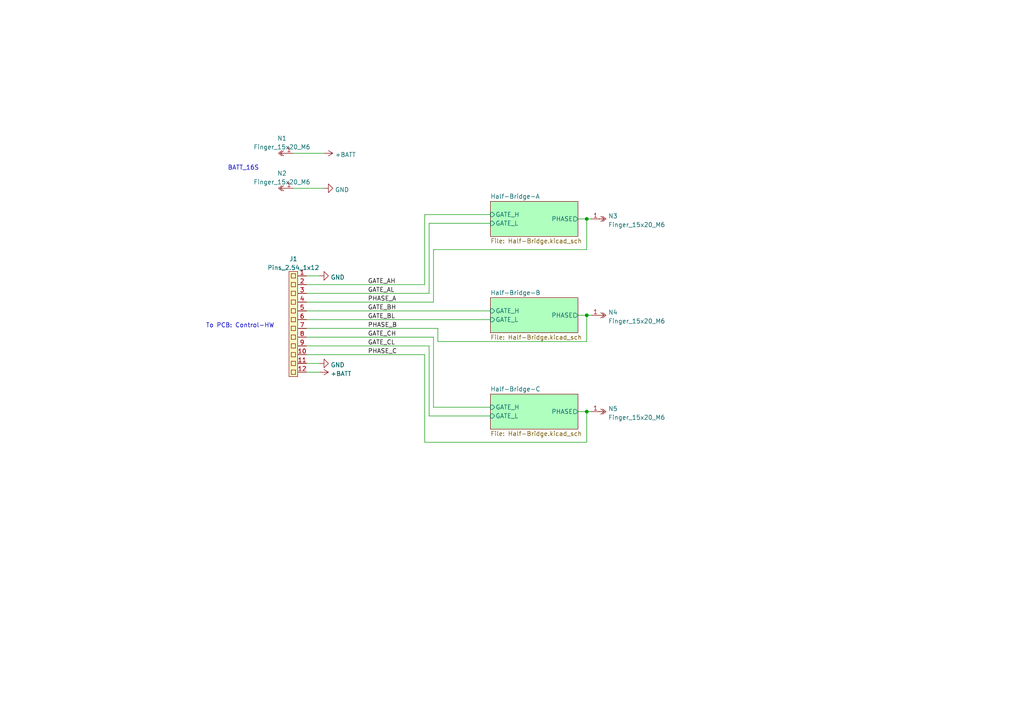
<source format=kicad_sch>
(kicad_sch (version 20211123) (generator eeschema)

  (uuid 17fd965f-4b58-44cf-97dc-627a2608a81d)

  (paper "A4")

  (lib_symbols
    (symbol "J_Connector:Pins_2.54_1x12" (pin_names hide) (in_bom yes) (on_board yes)
      (property "Reference" "J" (id 0) (at -1.27 31.75 0)
        (effects (font (size 1.27 1.27)))
      )
      (property "Value" "Pins_2.54_1x12" (id 1) (at 0 -1.27 0)
        (effects (font (size 1.27 1.27)))
      )
      (property "Footprint" "J_Connector:Pins-2.54-1x12" (id 2) (at 0 -3.81 0)
        (effects (font (size 1.27 1.27)) hide)
      )
      (property "Datasheet" "" (id 3) (at 0 15.24 0)
        (effects (font (size 1.27 1.27)) hide)
      )
      (symbol "Pins_2.54_1x12_0_1"
        (rectangle (start -1.27 30.48) (end 1.27 0)
          (stroke (width 0.1524) (type default) (color 0 0 0 0))
          (fill (type background))
        )
        (rectangle (start -0.635 1.905) (end 0.635 0.635)
          (stroke (width 0.1524) (type default) (color 0 0 0 0))
          (fill (type none))
        )
        (rectangle (start -0.635 4.445) (end 0.635 3.175)
          (stroke (width 0.1524) (type default) (color 0 0 0 0))
          (fill (type none))
        )
        (rectangle (start -0.635 6.985) (end 0.635 5.715)
          (stroke (width 0.1524) (type default) (color 0 0 0 0))
          (fill (type none))
        )
        (rectangle (start -0.635 9.525) (end 0.635 8.255)
          (stroke (width 0.1524) (type default) (color 0 0 0 0))
          (fill (type none))
        )
        (rectangle (start -0.635 12.065) (end 0.635 10.795)
          (stroke (width 0.1524) (type default) (color 0 0 0 0))
          (fill (type none))
        )
        (rectangle (start -0.635 14.605) (end 0.635 13.335)
          (stroke (width 0.1524) (type default) (color 0 0 0 0))
          (fill (type none))
        )
        (rectangle (start -0.635 17.145) (end 0.635 15.875)
          (stroke (width 0.1524) (type default) (color 0 0 0 0))
          (fill (type none))
        )
        (rectangle (start -0.635 19.685) (end 0.635 18.415)
          (stroke (width 0.1524) (type default) (color 0 0 0 0))
          (fill (type none))
        )
        (rectangle (start -0.635 22.225) (end 0.635 20.955)
          (stroke (width 0.1524) (type default) (color 0 0 0 0))
          (fill (type none))
        )
        (rectangle (start -0.635 24.765) (end 0.635 23.495)
          (stroke (width 0.1524) (type default) (color 0 0 0 0))
          (fill (type none))
        )
        (rectangle (start -0.635 27.305) (end 0.635 26.035)
          (stroke (width 0.1524) (type default) (color 0 0 0 0))
          (fill (type none))
        )
        (rectangle (start -0.635 29.845) (end 0.635 28.575)
          (stroke (width 0.1524) (type default) (color 0 0 0 0))
          (fill (type none))
        )
      )
      (symbol "Pins_2.54_1x12_1_1"
        (pin passive line (at -3.81 29.21 0) (length 2.54)
          (name "1" (effects (font (size 1.27 1.27))))
          (number "1" (effects (font (size 1.27 1.27))))
        )
        (pin passive line (at -3.81 6.35 0) (length 2.54)
          (name "10" (effects (font (size 1.27 1.27))))
          (number "10" (effects (font (size 1.27 1.27))))
        )
        (pin passive line (at -3.81 3.81 0) (length 2.54)
          (name "11" (effects (font (size 1.27 1.27))))
          (number "11" (effects (font (size 1.27 1.27))))
        )
        (pin passive line (at -3.81 1.27 0) (length 2.54)
          (name "12" (effects (font (size 1.27 1.27))))
          (number "12" (effects (font (size 1.27 1.27))))
        )
        (pin passive line (at -3.81 26.67 0) (length 2.54)
          (name "2" (effects (font (size 1.27 1.27))))
          (number "2" (effects (font (size 1.27 1.27))))
        )
        (pin passive line (at -3.81 24.13 0) (length 2.54)
          (name "3" (effects (font (size 1.27 1.27))))
          (number "3" (effects (font (size 1.27 1.27))))
        )
        (pin passive line (at -3.81 21.59 0) (length 2.54)
          (name "4" (effects (font (size 1.27 1.27))))
          (number "4" (effects (font (size 1.27 1.27))))
        )
        (pin passive line (at -3.81 19.05 0) (length 2.54)
          (name "5" (effects (font (size 1.27 1.27))))
          (number "5" (effects (font (size 1.27 1.27))))
        )
        (pin passive line (at -3.81 16.51 0) (length 2.54)
          (name "6" (effects (font (size 1.27 1.27))))
          (number "6" (effects (font (size 1.27 1.27))))
        )
        (pin passive line (at -3.81 13.97 0) (length 2.54)
          (name "7" (effects (font (size 1.27 1.27))))
          (number "7" (effects (font (size 1.27 1.27))))
        )
        (pin passive line (at -3.81 11.43 0) (length 2.54)
          (name "8" (effects (font (size 1.27 1.27))))
          (number "8" (effects (font (size 1.27 1.27))))
        )
        (pin passive line (at -3.81 8.89 0) (length 2.54)
          (name "9" (effects (font (size 1.27 1.27))))
          (number "9" (effects (font (size 1.27 1.27))))
        )
      )
    )
    (symbol "N_NonPart:Finger_15x20_M6" (pin_names (offset 1.016)) (in_bom no) (on_board yes)
      (property "Reference" "N" (id 0) (at 0 -2.286 0)
        (effects (font (size 1.27 1.27)))
      )
      (property "Value" "Finger_15x20_M6" (id 1) (at -0.254 3.302 0)
        (effects (font (size 1.27 1.27)))
      )
      (property "Footprint" "N_NonPart:Finger_15x20_M6" (id 2) (at 0 -2.286 0)
        (effects (font (size 1.27 1.27)) hide)
      )
      (property "Datasheet" "" (id 3) (at 0 -2.286 0)
        (effects (font (size 1.27 1.27)) hide)
      )
      (property "ki_description" "PCB Finger 15x20mm M6" (id 4) (at 0 0 0)
        (effects (font (size 1.27 1.27)) hide)
      )
      (symbol "Finger_15x20_M6_0_1"
        (polyline
          (pts
            (xy 1.524 0.762)
            (xy 2.54 0)
            (xy 1.524 -0.762)
          )
          (stroke (width 0) (type default) (color 0 0 0 0))
          (fill (type none))
        )
        (polyline
          (pts
            (xy 2.032 -0.762)
            (xy 3.048 0)
            (xy 2.032 0.762)
          )
          (stroke (width 0) (type default) (color 0 0 0 0))
          (fill (type none))
        )
        (polyline
          (pts
            (xy 2.54 0)
            (xy 1.524 0)
            (xy 1.27 0)
            (xy 1.016 0)
          )
          (stroke (width 0) (type default) (color 0 0 0 0))
          (fill (type none))
        )
      )
      (symbol "Finger_15x20_M6_1_1"
        (pin passive line (at -1.27 0 0) (length 2.54)
          (name "~" (effects (font (size 1.27 1.27))))
          (number "1" (effects (font (size 1.27 1.27))))
        )
      )
    )
    (symbol "power:+BATT" (power) (pin_names (offset 0)) (in_bom yes) (on_board yes)
      (property "Reference" "#PWR" (id 0) (at 0 -3.81 0)
        (effects (font (size 1.27 1.27)) hide)
      )
      (property "Value" "+BATT" (id 1) (at 0 3.556 0)
        (effects (font (size 1.27 1.27)))
      )
      (property "Footprint" "" (id 2) (at 0 0 0)
        (effects (font (size 1.27 1.27)) hide)
      )
      (property "Datasheet" "" (id 3) (at 0 0 0)
        (effects (font (size 1.27 1.27)) hide)
      )
      (property "ki_keywords" "power-flag battery" (id 4) (at 0 0 0)
        (effects (font (size 1.27 1.27)) hide)
      )
      (property "ki_description" "Power symbol creates a global label with name \"+BATT\"" (id 5) (at 0 0 0)
        (effects (font (size 1.27 1.27)) hide)
      )
      (symbol "+BATT_0_1"
        (polyline
          (pts
            (xy -0.762 1.27)
            (xy 0 2.54)
          )
          (stroke (width 0) (type default) (color 0 0 0 0))
          (fill (type none))
        )
        (polyline
          (pts
            (xy 0 0)
            (xy 0 2.54)
          )
          (stroke (width 0) (type default) (color 0 0 0 0))
          (fill (type none))
        )
        (polyline
          (pts
            (xy 0 2.54)
            (xy 0.762 1.27)
          )
          (stroke (width 0) (type default) (color 0 0 0 0))
          (fill (type none))
        )
      )
      (symbol "+BATT_1_1"
        (pin power_in line (at 0 0 90) (length 0) hide
          (name "+BATT" (effects (font (size 1.27 1.27))))
          (number "1" (effects (font (size 1.27 1.27))))
        )
      )
    )
    (symbol "power:GND" (power) (pin_names (offset 0)) (in_bom yes) (on_board yes)
      (property "Reference" "#PWR" (id 0) (at 0 -6.35 0)
        (effects (font (size 1.27 1.27)) hide)
      )
      (property "Value" "GND" (id 1) (at 0 -3.81 0)
        (effects (font (size 1.27 1.27)))
      )
      (property "Footprint" "" (id 2) (at 0 0 0)
        (effects (font (size 1.27 1.27)) hide)
      )
      (property "Datasheet" "" (id 3) (at 0 0 0)
        (effects (font (size 1.27 1.27)) hide)
      )
      (property "ki_keywords" "power-flag" (id 4) (at 0 0 0)
        (effects (font (size 1.27 1.27)) hide)
      )
      (property "ki_description" "Power symbol creates a global label with name \"GND\" , ground" (id 5) (at 0 0 0)
        (effects (font (size 1.27 1.27)) hide)
      )
      (symbol "GND_0_1"
        (polyline
          (pts
            (xy 0 0)
            (xy 0 -1.27)
            (xy 1.27 -1.27)
            (xy 0 -2.54)
            (xy -1.27 -1.27)
            (xy 0 -1.27)
          )
          (stroke (width 0) (type default) (color 0 0 0 0))
          (fill (type none))
        )
      )
      (symbol "GND_1_1"
        (pin power_in line (at 0 0 270) (length 0) hide
          (name "GND" (effects (font (size 1.27 1.27))))
          (number "1" (effects (font (size 1.27 1.27))))
        )
      )
    )
  )

  (junction (at 170.18 63.5) (diameter 0) (color 0 0 0 0)
    (uuid 3a0cb49e-2a18-45c3-a086-c454264d737b)
  )
  (junction (at 170.18 91.44) (diameter 0) (color 0 0 0 0)
    (uuid 9bf387e2-40a6-4965-b3c6-e1f70a927470)
  )
  (junction (at 170.18 119.38) (diameter 0) (color 0 0 0 0)
    (uuid a1fc06fd-9e63-4076-9355-934885e65f2e)
  )

  (wire (pts (xy 125.73 72.39) (xy 170.18 72.39))
    (stroke (width 0) (type default) (color 0 0 0 0))
    (uuid 01bc730e-2b34-4c22-a3f0-414c5612678f)
  )
  (wire (pts (xy 88.9 80.01) (xy 92.71 80.01))
    (stroke (width 0) (type default) (color 0 0 0 0))
    (uuid 08f2d644-c816-44ad-9be4-9adb45eadab3)
  )
  (wire (pts (xy 88.9 102.87) (xy 123.19 102.87))
    (stroke (width 0) (type default) (color 0 0 0 0))
    (uuid 1ac15d72-637b-412e-b01b-088ff71440c8)
  )
  (wire (pts (xy 124.46 100.33) (xy 124.46 120.65))
    (stroke (width 0) (type default) (color 0 0 0 0))
    (uuid 1ea69e52-308a-4be3-a144-574d12cdb84a)
  )
  (wire (pts (xy 124.46 64.77) (xy 142.24 64.77))
    (stroke (width 0) (type default) (color 0 0 0 0))
    (uuid 217f2b30-a63d-4bf4-9da7-0012dc2c661c)
  )
  (wire (pts (xy 167.64 119.38) (xy 170.18 119.38))
    (stroke (width 0) (type default) (color 0 0 0 0))
    (uuid 2214b290-eecc-40e9-94c7-164ffe86898b)
  )
  (wire (pts (xy 88.9 95.25) (xy 127 95.25))
    (stroke (width 0) (type default) (color 0 0 0 0))
    (uuid 24f2f1c8-284b-4f6f-a9f5-ef2969af435a)
  )
  (wire (pts (xy 123.19 62.23) (xy 123.19 82.55))
    (stroke (width 0) (type default) (color 0 0 0 0))
    (uuid 2852e2f8-9c0e-44c9-8595-b6424d3de7ec)
  )
  (wire (pts (xy 124.46 120.65) (xy 142.24 120.65))
    (stroke (width 0) (type default) (color 0 0 0 0))
    (uuid 2fca016e-a59f-4553-9fff-03177b4f990a)
  )
  (wire (pts (xy 125.73 118.11) (xy 142.24 118.11))
    (stroke (width 0) (type default) (color 0 0 0 0))
    (uuid 3c32b78e-d45e-4fee-aba7-5ab2a99b0112)
  )
  (wire (pts (xy 88.9 97.79) (xy 125.73 97.79))
    (stroke (width 0) (type default) (color 0 0 0 0))
    (uuid 3c8502d7-9bb3-4c18-ad44-5b32493247d0)
  )
  (wire (pts (xy 123.19 82.55) (xy 88.9 82.55))
    (stroke (width 0) (type default) (color 0 0 0 0))
    (uuid 3d9361d1-16c5-4f0c-8da8-8df6bb1f3ea6)
  )
  (wire (pts (xy 170.18 72.39) (xy 170.18 63.5))
    (stroke (width 0) (type default) (color 0 0 0 0))
    (uuid 42638319-0650-4963-8000-db523ce67f03)
  )
  (wire (pts (xy 125.73 97.79) (xy 125.73 118.11))
    (stroke (width 0) (type default) (color 0 0 0 0))
    (uuid 4800d06f-da92-4721-93d4-14e7056e3173)
  )
  (wire (pts (xy 170.18 63.5) (xy 171.45 63.5))
    (stroke (width 0) (type default) (color 0 0 0 0))
    (uuid 5c2cb863-92c0-49f5-a44d-88fc130b7743)
  )
  (wire (pts (xy 88.9 87.63) (xy 125.73 87.63))
    (stroke (width 0) (type default) (color 0 0 0 0))
    (uuid 5c33cda3-96f2-4cb1-b850-880a92e82e94)
  )
  (wire (pts (xy 85.09 44.45) (xy 93.98 44.45))
    (stroke (width 0) (type default) (color 0 0 0 0))
    (uuid 5dd7926c-80b8-48aa-8864-c54a5aca087b)
  )
  (wire (pts (xy 85.09 54.61) (xy 93.98 54.61))
    (stroke (width 0) (type default) (color 0 0 0 0))
    (uuid 659f8fe6-7c58-4323-b4ad-229130eda819)
  )
  (wire (pts (xy 88.9 92.71) (xy 142.24 92.71))
    (stroke (width 0) (type default) (color 0 0 0 0))
    (uuid 6c052d22-f15f-44c8-8c8e-dbff6dc92b42)
  )
  (wire (pts (xy 170.18 99.06) (xy 170.18 91.44))
    (stroke (width 0) (type default) (color 0 0 0 0))
    (uuid 78623b3a-a978-4eaa-90aa-9a2cfc556b5f)
  )
  (wire (pts (xy 127 99.06) (xy 170.18 99.06))
    (stroke (width 0) (type default) (color 0 0 0 0))
    (uuid 81240d6b-d5f0-47db-9f29-71e61ef87a78)
  )
  (wire (pts (xy 170.18 91.44) (xy 171.45 91.44))
    (stroke (width 0) (type default) (color 0 0 0 0))
    (uuid 89c90d69-1921-4269-8b5b-b4a5a756de77)
  )
  (wire (pts (xy 127 95.25) (xy 127 99.06))
    (stroke (width 0) (type default) (color 0 0 0 0))
    (uuid 8bc04ff3-fb7e-4f69-8ff7-2ba5b0055eb8)
  )
  (wire (pts (xy 88.9 85.09) (xy 124.46 85.09))
    (stroke (width 0) (type default) (color 0 0 0 0))
    (uuid 96535bc9-ff60-4b48-9325-282b8f5f50a6)
  )
  (wire (pts (xy 88.9 100.33) (xy 124.46 100.33))
    (stroke (width 0) (type default) (color 0 0 0 0))
    (uuid 966cec42-46d3-4fb9-965e-9d7aaaa3b36d)
  )
  (wire (pts (xy 88.9 105.41) (xy 92.71 105.41))
    (stroke (width 0) (type default) (color 0 0 0 0))
    (uuid 9e3a950f-3152-46e4-9464-979c34df3ddb)
  )
  (wire (pts (xy 125.73 87.63) (xy 125.73 72.39))
    (stroke (width 0) (type default) (color 0 0 0 0))
    (uuid aa3d32b6-9609-4ec5-9a28-88077728ad7c)
  )
  (wire (pts (xy 170.18 119.38) (xy 171.45 119.38))
    (stroke (width 0) (type default) (color 0 0 0 0))
    (uuid b46871ee-83f3-40d1-9678-0d05056e7f76)
  )
  (wire (pts (xy 123.19 128.27) (xy 170.18 128.27))
    (stroke (width 0) (type default) (color 0 0 0 0))
    (uuid bbf66331-696d-4b28-a389-f1fed49be7e6)
  )
  (wire (pts (xy 88.9 107.95) (xy 92.71 107.95))
    (stroke (width 0) (type default) (color 0 0 0 0))
    (uuid c0dab164-9d46-4c94-87ba-b72bedeadcab)
  )
  (wire (pts (xy 88.9 90.17) (xy 142.24 90.17))
    (stroke (width 0) (type default) (color 0 0 0 0))
    (uuid c30f9fdf-85b7-4e7e-b3b1-2a1a42c78d31)
  )
  (wire (pts (xy 142.24 62.23) (xy 123.19 62.23))
    (stroke (width 0) (type default) (color 0 0 0 0))
    (uuid c4bf4048-4255-4a2c-bf66-07651da5199f)
  )
  (wire (pts (xy 124.46 85.09) (xy 124.46 64.77))
    (stroke (width 0) (type default) (color 0 0 0 0))
    (uuid ce52c99c-8f29-4a86-ad9c-e9a75ac18b08)
  )
  (wire (pts (xy 123.19 102.87) (xy 123.19 128.27))
    (stroke (width 0) (type default) (color 0 0 0 0))
    (uuid cfc8510b-855c-4eb0-a822-8a007cf7e442)
  )
  (wire (pts (xy 167.64 91.44) (xy 170.18 91.44))
    (stroke (width 0) (type default) (color 0 0 0 0))
    (uuid d3ba33a4-8b8d-44bf-828f-e363047a4a45)
  )
  (wire (pts (xy 170.18 128.27) (xy 170.18 119.38))
    (stroke (width 0) (type default) (color 0 0 0 0))
    (uuid ed66d118-912a-4c67-a8de-28f3860f480d)
  )
  (wire (pts (xy 167.64 63.5) (xy 170.18 63.5))
    (stroke (width 0) (type default) (color 0 0 0 0))
    (uuid efff4b7d-383a-4b7b-838a-359c9df68e25)
  )

  (text "BATT_16S" (at 66.04 49.53 0)
    (effects (font (size 1.27 1.27)) (justify left bottom))
    (uuid 656e0385-85b6-45e8-8548-30e36356ba0b)
  )
  (text "To PCB: Control-HW" (at 59.69 95.25 0)
    (effects (font (size 1.27 1.27)) (justify left bottom))
    (uuid 6c891ea0-33d3-45cf-bab6-0cfd9d717e9f)
  )

  (label "GATE_BH" (at 106.68 90.17 0)
    (effects (font (size 1.27 1.27)) (justify left bottom))
    (uuid 267dadb4-35ca-4997-8cd8-a18c7ed92674)
  )
  (label "PHASE_A" (at 106.68 87.63 0)
    (effects (font (size 1.27 1.27)) (justify left bottom))
    (uuid 3cefbc7b-84e0-46fe-b85f-9a6b18bc8d26)
  )
  (label "GATE_AL" (at 106.68 85.09 0)
    (effects (font (size 1.27 1.27)) (justify left bottom))
    (uuid 458a56d5-9a4c-4d8d-9f5f-c1dc9afd3855)
  )
  (label "GATE_CH" (at 106.68 97.79 0)
    (effects (font (size 1.27 1.27)) (justify left bottom))
    (uuid 4a5b32ca-808b-41ee-bf13-47c5d4e45230)
  )
  (label "PHASE_B" (at 106.68 95.25 0)
    (effects (font (size 1.27 1.27)) (justify left bottom))
    (uuid 5ec314d3-4aa3-4ddb-bc65-ee1dcae6e45c)
  )
  (label "GATE_BL" (at 106.68 92.71 0)
    (effects (font (size 1.27 1.27)) (justify left bottom))
    (uuid 877d2926-9c3a-4dbd-b84a-8a6da87acc0b)
  )
  (label "GATE_AH" (at 106.68 82.55 0)
    (effects (font (size 1.27 1.27)) (justify left bottom))
    (uuid 8cd80465-d329-425f-aa88-ebbff819dc59)
  )
  (label "PHASE_C" (at 106.68 102.87 0)
    (effects (font (size 1.27 1.27)) (justify left bottom))
    (uuid 91b81d02-57a7-4500-9bee-4af9a16fcba9)
  )
  (label "GATE_CL" (at 106.68 100.33 0)
    (effects (font (size 1.27 1.27)) (justify left bottom))
    (uuid cf8b31dd-e1f3-4e90-9c26-acb099cc5f78)
  )

  (symbol (lib_id "power:GND") (at 92.71 105.41 90) (unit 1)
    (in_bom yes) (on_board yes) (fields_autoplaced)
    (uuid 011222bd-aeec-47f7-917b-a62bcaefcfc8)
    (property "Reference" "#PWR02" (id 0) (at 99.06 105.41 0)
      (effects (font (size 1.27 1.27)) hide)
    )
    (property "Value" "GND" (id 1) (at 95.885 105.8438 90)
      (effects (font (size 1.27 1.27)) (justify right))
    )
    (property "Footprint" "" (id 2) (at 92.71 105.41 0)
      (effects (font (size 1.27 1.27)) hide)
    )
    (property "Datasheet" "" (id 3) (at 92.71 105.41 0)
      (effects (font (size 1.27 1.27)) hide)
    )
    (pin "1" (uuid d84b3aee-0a2e-404a-844f-18820d89470f))
  )

  (symbol (lib_id "N_NonPart:Finger_15x20_M6") (at 172.72 119.38 0) (unit 1)
    (in_bom no) (on_board yes) (fields_autoplaced)
    (uuid 07a1227f-3215-4c86-b43d-c35adb180294)
    (property "Reference" "N5" (id 0) (at 176.403 118.5453 0)
      (effects (font (size 1.27 1.27)) (justify left))
    )
    (property "Value" "Finger_15x20_M6" (id 1) (at 176.403 121.0822 0)
      (effects (font (size 1.27 1.27)) (justify left))
    )
    (property "Footprint" "N_NonPart:Finger_15x20_M6" (id 2) (at 172.72 121.666 0)
      (effects (font (size 1.27 1.27)) hide)
    )
    (property "Datasheet" "" (id 3) (at 172.72 121.666 0)
      (effects (font (size 1.27 1.27)) hide)
    )
    (pin "1" (uuid 254fc6e0-5124-483b-a45e-62eed828f670))
  )

  (symbol (lib_id "J_Connector:Pins_2.54_1x12") (at 85.09 109.22 0) (mirror y) (unit 1)
    (in_bom yes) (on_board yes) (fields_autoplaced)
    (uuid 8fb78543-99ac-4674-a14e-1b6e0dfff197)
    (property "Reference" "J1" (id 0) (at 85.09 75.091 0))
    (property "Value" "Pins_2.54_1x12" (id 1) (at 85.09 77.6279 0))
    (property "Footprint" "J_Connector:Pins-2.54-1x12" (id 2) (at 85.09 113.03 0)
      (effects (font (size 1.27 1.27)) hide)
    )
    (property "Datasheet" "" (id 3) (at 85.09 93.98 0)
      (effects (font (size 1.27 1.27)) hide)
    )
    (pin "1" (uuid c9f5de91-3214-42f8-9bc2-f551174ab63a))
    (pin "10" (uuid 8a71fcc2-5566-478f-8526-e3b52ca835b1))
    (pin "11" (uuid 98cf92a4-e630-438f-9862-22a0a1baa9b6))
    (pin "12" (uuid 7c4430c4-a037-4ced-ba12-05c3da23f797))
    (pin "2" (uuid 79db9ef1-a0d8-4c86-ae3c-4b512326321d))
    (pin "3" (uuid a20d2a47-3208-42b7-b8e5-d2201837353e))
    (pin "4" (uuid ccd21ee6-8221-4e99-b31e-e64c117dae32))
    (pin "5" (uuid a8223af7-67a2-4fc4-8ebc-511ff940232b))
    (pin "6" (uuid f4f5a009-5b40-4d6a-82ef-cc2d81ab0afb))
    (pin "7" (uuid 69669350-c02e-48a2-85c7-7ff59400feb9))
    (pin "8" (uuid efa64d19-8d58-4ea0-b2dd-e681f1949ee4))
    (pin "9" (uuid b2969ac0-bc71-451f-ac4a-bad1eb41569b))
  )

  (symbol (lib_id "N_NonPart:Finger_15x20_M6") (at 172.72 91.44 0) (unit 1)
    (in_bom no) (on_board yes) (fields_autoplaced)
    (uuid 927a2a28-5ab0-4dab-ac00-74d0025982a9)
    (property "Reference" "N4" (id 0) (at 176.403 90.6053 0)
      (effects (font (size 1.27 1.27)) (justify left))
    )
    (property "Value" "Finger_15x20_M6" (id 1) (at 176.403 93.1422 0)
      (effects (font (size 1.27 1.27)) (justify left))
    )
    (property "Footprint" "N_NonPart:Finger_15x20_M6" (id 2) (at 172.72 93.726 0)
      (effects (font (size 1.27 1.27)) hide)
    )
    (property "Datasheet" "" (id 3) (at 172.72 93.726 0)
      (effects (font (size 1.27 1.27)) hide)
    )
    (pin "1" (uuid 6497f6a8-8b85-4195-a268-83db415a3b99))
  )

  (symbol (lib_id "power:+BATT") (at 92.71 107.95 270) (unit 1)
    (in_bom yes) (on_board yes) (fields_autoplaced)
    (uuid 9ff6c9f6-203d-4e60-bab1-100a4f0b6816)
    (property "Reference" "#PWR03" (id 0) (at 88.9 107.95 0)
      (effects (font (size 1.27 1.27)) hide)
    )
    (property "Value" "+BATT" (id 1) (at 95.885 108.3838 90)
      (effects (font (size 1.27 1.27)) (justify left))
    )
    (property "Footprint" "" (id 2) (at 92.71 107.95 0)
      (effects (font (size 1.27 1.27)) hide)
    )
    (property "Datasheet" "" (id 3) (at 92.71 107.95 0)
      (effects (font (size 1.27 1.27)) hide)
    )
    (pin "1" (uuid 5ed8f548-d63e-434b-bef8-07d045180333))
  )

  (symbol (lib_id "power:+BATT") (at 93.98 44.45 270) (unit 1)
    (in_bom yes) (on_board yes) (fields_autoplaced)
    (uuid b53d9bdd-5892-40da-b2c3-02834d505570)
    (property "Reference" "#PWR04" (id 0) (at 90.17 44.45 0)
      (effects (font (size 1.27 1.27)) hide)
    )
    (property "Value" "+BATT" (id 1) (at 97.155 44.8838 90)
      (effects (font (size 1.27 1.27)) (justify left))
    )
    (property "Footprint" "" (id 2) (at 93.98 44.45 0)
      (effects (font (size 1.27 1.27)) hide)
    )
    (property "Datasheet" "" (id 3) (at 93.98 44.45 0)
      (effects (font (size 1.27 1.27)) hide)
    )
    (pin "1" (uuid 27a91592-9dde-4802-9508-2550f3556beb))
  )

  (symbol (lib_id "N_NonPart:Finger_15x20_M6") (at 83.82 44.45 180) (unit 1)
    (in_bom no) (on_board yes) (fields_autoplaced)
    (uuid bc168ec1-0ec6-47fd-8f30-f55b54966470)
    (property "Reference" "N1" (id 0) (at 81.788 40.1152 0))
    (property "Value" "Finger_15x20_M6" (id 1) (at 81.788 42.6521 0))
    (property "Footprint" "N_NonPart:Finger_15x20_M6" (id 2) (at 83.82 42.164 0)
      (effects (font (size 1.27 1.27)) hide)
    )
    (property "Datasheet" "" (id 3) (at 83.82 42.164 0)
      (effects (font (size 1.27 1.27)) hide)
    )
    (pin "1" (uuid ebd69045-3c01-4a47-835f-7da94ce55613))
  )

  (symbol (lib_id "N_NonPart:Finger_15x20_M6") (at 172.72 63.5 0) (unit 1)
    (in_bom no) (on_board yes) (fields_autoplaced)
    (uuid d5bc994d-8168-43db-aa02-7165c6cdcf97)
    (property "Reference" "N3" (id 0) (at 176.403 62.6653 0)
      (effects (font (size 1.27 1.27)) (justify left))
    )
    (property "Value" "Finger_15x20_M6" (id 1) (at 176.403 65.2022 0)
      (effects (font (size 1.27 1.27)) (justify left))
    )
    (property "Footprint" "N_NonPart:Finger_15x20_M6" (id 2) (at 172.72 65.786 0)
      (effects (font (size 1.27 1.27)) hide)
    )
    (property "Datasheet" "" (id 3) (at 172.72 65.786 0)
      (effects (font (size 1.27 1.27)) hide)
    )
    (pin "1" (uuid 8a70fcfb-0d63-479d-b2f8-349fe54efeef))
  )

  (symbol (lib_id "power:GND") (at 93.98 54.61 90) (unit 1)
    (in_bom yes) (on_board yes) (fields_autoplaced)
    (uuid e044be0c-a38d-42b9-9c53-aa4421cedb41)
    (property "Reference" "#PWR05" (id 0) (at 100.33 54.61 0)
      (effects (font (size 1.27 1.27)) hide)
    )
    (property "Value" "GND" (id 1) (at 97.155 55.0438 90)
      (effects (font (size 1.27 1.27)) (justify right))
    )
    (property "Footprint" "" (id 2) (at 93.98 54.61 0)
      (effects (font (size 1.27 1.27)) hide)
    )
    (property "Datasheet" "" (id 3) (at 93.98 54.61 0)
      (effects (font (size 1.27 1.27)) hide)
    )
    (pin "1" (uuid 948b57f0-2f50-4208-9735-eacfaeb4f105))
  )

  (symbol (lib_id "N_NonPart:Finger_15x20_M6") (at 83.82 54.61 180) (unit 1)
    (in_bom no) (on_board yes) (fields_autoplaced)
    (uuid f66bdee5-96a9-40a8-b12b-f47f093caa78)
    (property "Reference" "N2" (id 0) (at 81.788 50.2752 0))
    (property "Value" "Finger_15x20_M6" (id 1) (at 81.788 52.8121 0))
    (property "Footprint" "N_NonPart:Finger_15x20_M6" (id 2) (at 83.82 52.324 0)
      (effects (font (size 1.27 1.27)) hide)
    )
    (property "Datasheet" "" (id 3) (at 83.82 52.324 0)
      (effects (font (size 1.27 1.27)) hide)
    )
    (pin "1" (uuid 1aa80672-36bc-4f26-94b2-64656d8e3f60))
  )

  (symbol (lib_id "power:GND") (at 92.71 80.01 90) (unit 1)
    (in_bom yes) (on_board yes) (fields_autoplaced)
    (uuid fa108636-cfd9-45e8-a007-6f4c970684fa)
    (property "Reference" "#PWR01" (id 0) (at 99.06 80.01 0)
      (effects (font (size 1.27 1.27)) hide)
    )
    (property "Value" "GND" (id 1) (at 95.885 80.4438 90)
      (effects (font (size 1.27 1.27)) (justify right))
    )
    (property "Footprint" "" (id 2) (at 92.71 80.01 0)
      (effects (font (size 1.27 1.27)) hide)
    )
    (property "Datasheet" "" (id 3) (at 92.71 80.01 0)
      (effects (font (size 1.27 1.27)) hide)
    )
    (pin "1" (uuid 69ea7a8f-a3eb-4741-8e12-98ff8553147b))
  )

  (sheet (at 142.24 58.42) (size 25.4 10.16) (fields_autoplaced)
    (stroke (width 0.1524) (type solid) (color 0 0 0 0))
    (fill (color 175 255 191 1.0000))
    (uuid 6d5c8643-73ff-4be1-ba4b-4ebe27c87cd8)
    (property "Sheet name" "Half-Bridge-A" (id 0) (at 142.24 57.7084 0)
      (effects (font (size 1.27 1.27)) (justify left bottom))
    )
    (property "Sheet file" "Half-Bridge.kicad_sch" (id 1) (at 142.24 69.1646 0)
      (effects (font (size 1.27 1.27)) (justify left top))
    )
    (pin "GATE_H" input (at 142.24 62.23 180)
      (effects (font (size 1.27 1.27)) (justify left))
      (uuid 54a66176-ddb2-4eae-bdae-ccd725ba0cad)
    )
    (pin "GATE_L" input (at 142.24 64.77 180)
      (effects (font (size 1.27 1.27)) (justify left))
      (uuid c6533fec-a6f0-4af0-b6e0-33b0b0dd4d3c)
    )
    (pin "PHASE" output (at 167.64 63.5 0)
      (effects (font (size 1.27 1.27)) (justify right))
      (uuid 3a9800f2-31f4-492c-98f7-3bfb720e1019)
    )
  )

  (sheet (at 142.24 86.36) (size 25.4 10.16) (fields_autoplaced)
    (stroke (width 0.1524) (type solid) (color 0 0 0 0))
    (fill (color 175 255 191 1.0000))
    (uuid 72a3fdbf-6925-4f35-b34d-606e2de19b01)
    (property "Sheet name" "Half-Bridge-B" (id 0) (at 142.24 85.6484 0)
      (effects (font (size 1.27 1.27)) (justify left bottom))
    )
    (property "Sheet file" "Half-Bridge.kicad_sch" (id 1) (at 142.24 97.1046 0)
      (effects (font (size 1.27 1.27)) (justify left top))
    )
    (pin "GATE_H" input (at 142.24 90.17 180)
      (effects (font (size 1.27 1.27)) (justify left))
      (uuid 7b474dfc-1d62-43cd-a176-583e39f543d0)
    )
    (pin "GATE_L" input (at 142.24 92.71 180)
      (effects (font (size 1.27 1.27)) (justify left))
      (uuid b6d4c3e6-74c8-4aef-9ce3-307b62a5967d)
    )
    (pin "PHASE" output (at 167.64 91.44 0)
      (effects (font (size 1.27 1.27)) (justify right))
      (uuid cab03a18-b890-4429-88bb-a3d011fe2c56)
    )
  )

  (sheet (at 142.24 114.3) (size 25.4 10.16) (fields_autoplaced)
    (stroke (width 0.1524) (type solid) (color 0 0 0 0))
    (fill (color 175 255 191 1.0000))
    (uuid ec0fd9a0-2683-44b8-a670-c0c7ad3be5e3)
    (property "Sheet name" "Half-Bridge-C" (id 0) (at 142.24 113.5884 0)
      (effects (font (size 1.27 1.27)) (justify left bottom))
    )
    (property "Sheet file" "Half-Bridge.kicad_sch" (id 1) (at 142.24 125.0446 0)
      (effects (font (size 1.27 1.27)) (justify left top))
    )
    (pin "GATE_H" input (at 142.24 118.11 180)
      (effects (font (size 1.27 1.27)) (justify left))
      (uuid e744d03a-985f-4c44-aedd-0ec5d00ea945)
    )
    (pin "GATE_L" input (at 142.24 120.65 180)
      (effects (font (size 1.27 1.27)) (justify left))
      (uuid b1dd0ba7-194d-4750-a12b-79226ce98e29)
    )
    (pin "PHASE" output (at 167.64 119.38 0)
      (effects (font (size 1.27 1.27)) (justify right))
      (uuid d288b268-546c-423a-b4bc-e2b1ef043b4b)
    )
  )

  (sheet_instances
    (path "/" (page "1"))
    (path "/72a3fdbf-6925-4f35-b34d-606e2de19b01" (page "2"))
    (path "/6d5c8643-73ff-4be1-ba4b-4ebe27c87cd8" (page "3"))
    (path "/ec0fd9a0-2683-44b8-a670-c0c7ad3be5e3" (page "4"))
  )

  (symbol_instances
    (path "/fa108636-cfd9-45e8-a007-6f4c970684fa"
      (reference "#PWR01") (unit 1) (value "GND") (footprint "")
    )
    (path "/011222bd-aeec-47f7-917b-a62bcaefcfc8"
      (reference "#PWR02") (unit 1) (value "GND") (footprint "")
    )
    (path "/9ff6c9f6-203d-4e60-bab1-100a4f0b6816"
      (reference "#PWR03") (unit 1) (value "+BATT") (footprint "")
    )
    (path "/b53d9bdd-5892-40da-b2c3-02834d505570"
      (reference "#PWR04") (unit 1) (value "+BATT") (footprint "")
    )
    (path "/e044be0c-a38d-42b9-9c53-aa4421cedb41"
      (reference "#PWR05") (unit 1) (value "GND") (footprint "")
    )
    (path "/72a3fdbf-6925-4f35-b34d-606e2de19b01/ea9484a2-4784-4a67-bc79-7f1433b0df25"
      (reference "#PWR06") (unit 1) (value "+BATT") (footprint "")
    )
    (path "/72a3fdbf-6925-4f35-b34d-606e2de19b01/c23541b4-171d-4f1d-b036-40dea75f8691"
      (reference "#PWR07") (unit 1) (value "GND") (footprint "")
    )
    (path "/72a3fdbf-6925-4f35-b34d-606e2de19b01/b4cdd701-3c0c-4f63-bda0-e069d49f1307"
      (reference "#PWR08") (unit 1) (value "+BATT") (footprint "")
    )
    (path "/72a3fdbf-6925-4f35-b34d-606e2de19b01/a1f536ef-54d8-4f1c-98b6-0938eb13d5eb"
      (reference "#PWR09") (unit 1) (value "GND") (footprint "")
    )
    (path "/72a3fdbf-6925-4f35-b34d-606e2de19b01/7d88766e-37ff-4f72-8a83-2e9dfd2562f5"
      (reference "#PWR010") (unit 1) (value "+BATT") (footprint "")
    )
    (path "/72a3fdbf-6925-4f35-b34d-606e2de19b01/5d8c88c3-5399-4822-bce3-e429a0d26ea2"
      (reference "#PWR011") (unit 1) (value "GND") (footprint "")
    )
    (path "/6d5c8643-73ff-4be1-ba4b-4ebe27c87cd8/ea9484a2-4784-4a67-bc79-7f1433b0df25"
      (reference "#PWR012") (unit 1) (value "+BATT") (footprint "")
    )
    (path "/6d5c8643-73ff-4be1-ba4b-4ebe27c87cd8/c23541b4-171d-4f1d-b036-40dea75f8691"
      (reference "#PWR013") (unit 1) (value "GND") (footprint "")
    )
    (path "/6d5c8643-73ff-4be1-ba4b-4ebe27c87cd8/b4cdd701-3c0c-4f63-bda0-e069d49f1307"
      (reference "#PWR014") (unit 1) (value "+BATT") (footprint "")
    )
    (path "/6d5c8643-73ff-4be1-ba4b-4ebe27c87cd8/a1f536ef-54d8-4f1c-98b6-0938eb13d5eb"
      (reference "#PWR015") (unit 1) (value "GND") (footprint "")
    )
    (path "/6d5c8643-73ff-4be1-ba4b-4ebe27c87cd8/7d88766e-37ff-4f72-8a83-2e9dfd2562f5"
      (reference "#PWR016") (unit 1) (value "+BATT") (footprint "")
    )
    (path "/6d5c8643-73ff-4be1-ba4b-4ebe27c87cd8/5d8c88c3-5399-4822-bce3-e429a0d26ea2"
      (reference "#PWR017") (unit 1) (value "GND") (footprint "")
    )
    (path "/ec0fd9a0-2683-44b8-a670-c0c7ad3be5e3/ea9484a2-4784-4a67-bc79-7f1433b0df25"
      (reference "#PWR018") (unit 1) (value "+BATT") (footprint "")
    )
    (path "/ec0fd9a0-2683-44b8-a670-c0c7ad3be5e3/c23541b4-171d-4f1d-b036-40dea75f8691"
      (reference "#PWR019") (unit 1) (value "GND") (footprint "")
    )
    (path "/ec0fd9a0-2683-44b8-a670-c0c7ad3be5e3/b4cdd701-3c0c-4f63-bda0-e069d49f1307"
      (reference "#PWR020") (unit 1) (value "+BATT") (footprint "")
    )
    (path "/ec0fd9a0-2683-44b8-a670-c0c7ad3be5e3/a1f536ef-54d8-4f1c-98b6-0938eb13d5eb"
      (reference "#PWR021") (unit 1) (value "GND") (footprint "")
    )
    (path "/ec0fd9a0-2683-44b8-a670-c0c7ad3be5e3/7d88766e-37ff-4f72-8a83-2e9dfd2562f5"
      (reference "#PWR022") (unit 1) (value "+BATT") (footprint "")
    )
    (path "/ec0fd9a0-2683-44b8-a670-c0c7ad3be5e3/5d8c88c3-5399-4822-bce3-e429a0d26ea2"
      (reference "#PWR023") (unit 1) (value "GND") (footprint "")
    )
    (path "/8fb78543-99ac-4674-a14e-1b6e0dfff197"
      (reference "J1") (unit 1) (value "Pins_2.54_1x12") (footprint "J_Connector:Pins-2.54-1x12")
    )
    (path "/bc168ec1-0ec6-47fd-8f30-f55b54966470"
      (reference "N1") (unit 1) (value "Finger_15x20_M6") (footprint "N_NonPart:Finger_15x20_M6")
    )
    (path "/f66bdee5-96a9-40a8-b12b-f47f093caa78"
      (reference "N2") (unit 1) (value "Finger_15x20_M6") (footprint "N_NonPart:Finger_15x20_M6")
    )
    (path "/d5bc994d-8168-43db-aa02-7165c6cdcf97"
      (reference "N3") (unit 1) (value "Finger_15x20_M6") (footprint "N_NonPart:Finger_15x20_M6")
    )
    (path "/927a2a28-5ab0-4dab-ac00-74d0025982a9"
      (reference "N4") (unit 1) (value "Finger_15x20_M6") (footprint "N_NonPart:Finger_15x20_M6")
    )
    (path "/07a1227f-3215-4c86-b43d-c35adb180294"
      (reference "N5") (unit 1) (value "Finger_15x20_M6") (footprint "N_NonPart:Finger_15x20_M6")
    )
    (path "/72a3fdbf-6925-4f35-b34d-606e2de19b01/49f7de4b-9c2c-456c-b3f9-748cf3ce6f34"
      (reference "Q1") (unit 1) (value "IRF7769L1TRPBF") (footprint "Q_MOSFET:IR_DirectFET_L8")
    )
    (path "/72a3fdbf-6925-4f35-b34d-606e2de19b01/c8d15f0f-5010-4f44-a39e-ac33fe4a0797"
      (reference "Q2") (unit 1) (value "IRF7769L1TRPBF") (footprint "Q_MOSFET:IR_DirectFET_L8")
    )
    (path "/72a3fdbf-6925-4f35-b34d-606e2de19b01/8df62ca4-d03d-4d4e-ad86-762a4b67ae33"
      (reference "Q3") (unit 1) (value "IRF7769L1TRPBF") (footprint "Q_MOSFET:IR_DirectFET_L8")
    )
    (path "/72a3fdbf-6925-4f35-b34d-606e2de19b01/28f98eb0-9ddc-4793-aaca-bf9bf7a7f28a"
      (reference "Q4") (unit 1) (value "IRF7769L1TRPBF") (footprint "Q_MOSFET:IR_DirectFET_L8")
    )
    (path "/72a3fdbf-6925-4f35-b34d-606e2de19b01/02d81864-0ecf-42b0-825e-dc571482311a"
      (reference "Q5") (unit 1) (value "IRF7769L1TRPBF") (footprint "Q_MOSFET:IR_DirectFET_L8")
    )
    (path "/72a3fdbf-6925-4f35-b34d-606e2de19b01/e210bcb5-0ee6-49b1-9700-d1e38157abbf"
      (reference "Q6") (unit 1) (value "IRF7769L1TRPBF") (footprint "Q_MOSFET:IR_DirectFET_L8")
    )
    (path "/6d5c8643-73ff-4be1-ba4b-4ebe27c87cd8/49f7de4b-9c2c-456c-b3f9-748cf3ce6f34"
      (reference "Q7") (unit 1) (value "IRF7769L1TRPBF") (footprint "Q_MOSFET:IR_DirectFET_L8")
    )
    (path "/6d5c8643-73ff-4be1-ba4b-4ebe27c87cd8/c8d15f0f-5010-4f44-a39e-ac33fe4a0797"
      (reference "Q8") (unit 1) (value "IRF7769L1TRPBF") (footprint "Q_MOSFET:IR_DirectFET_L8")
    )
    (path "/6d5c8643-73ff-4be1-ba4b-4ebe27c87cd8/8df62ca4-d03d-4d4e-ad86-762a4b67ae33"
      (reference "Q9") (unit 1) (value "IRF7769L1TRPBF") (footprint "Q_MOSFET:IR_DirectFET_L8")
    )
    (path "/6d5c8643-73ff-4be1-ba4b-4ebe27c87cd8/28f98eb0-9ddc-4793-aaca-bf9bf7a7f28a"
      (reference "Q10") (unit 1) (value "IRF7769L1TRPBF") (footprint "Q_MOSFET:IR_DirectFET_L8")
    )
    (path "/6d5c8643-73ff-4be1-ba4b-4ebe27c87cd8/02d81864-0ecf-42b0-825e-dc571482311a"
      (reference "Q11") (unit 1) (value "IRF7769L1TRPBF") (footprint "Q_MOSFET:IR_DirectFET_L8")
    )
    (path "/6d5c8643-73ff-4be1-ba4b-4ebe27c87cd8/e210bcb5-0ee6-49b1-9700-d1e38157abbf"
      (reference "Q12") (unit 1) (value "IRF7769L1TRPBF") (footprint "Q_MOSFET:IR_DirectFET_L8")
    )
    (path "/ec0fd9a0-2683-44b8-a670-c0c7ad3be5e3/49f7de4b-9c2c-456c-b3f9-748cf3ce6f34"
      (reference "Q13") (unit 1) (value "IRF7769L1TRPBF") (footprint "Q_MOSFET:IR_DirectFET_L8")
    )
    (path "/ec0fd9a0-2683-44b8-a670-c0c7ad3be5e3/c8d15f0f-5010-4f44-a39e-ac33fe4a0797"
      (reference "Q14") (unit 1) (value "IRF7769L1TRPBF") (footprint "Q_MOSFET:IR_DirectFET_L8")
    )
    (path "/ec0fd9a0-2683-44b8-a670-c0c7ad3be5e3/8df62ca4-d03d-4d4e-ad86-762a4b67ae33"
      (reference "Q15") (unit 1) (value "IRF7769L1TRPBF") (footprint "Q_MOSFET:IR_DirectFET_L8")
    )
    (path "/ec0fd9a0-2683-44b8-a670-c0c7ad3be5e3/28f98eb0-9ddc-4793-aaca-bf9bf7a7f28a"
      (reference "Q16") (unit 1) (value "IRF7769L1TRPBF") (footprint "Q_MOSFET:IR_DirectFET_L8")
    )
    (path "/ec0fd9a0-2683-44b8-a670-c0c7ad3be5e3/02d81864-0ecf-42b0-825e-dc571482311a"
      (reference "Q17") (unit 1) (value "IRF7769L1TRPBF") (footprint "Q_MOSFET:IR_DirectFET_L8")
    )
    (path "/ec0fd9a0-2683-44b8-a670-c0c7ad3be5e3/e210bcb5-0ee6-49b1-9700-d1e38157abbf"
      (reference "Q18") (unit 1) (value "IRF7769L1TRPBF") (footprint "Q_MOSFET:IR_DirectFET_L8")
    )
  )
)

</source>
